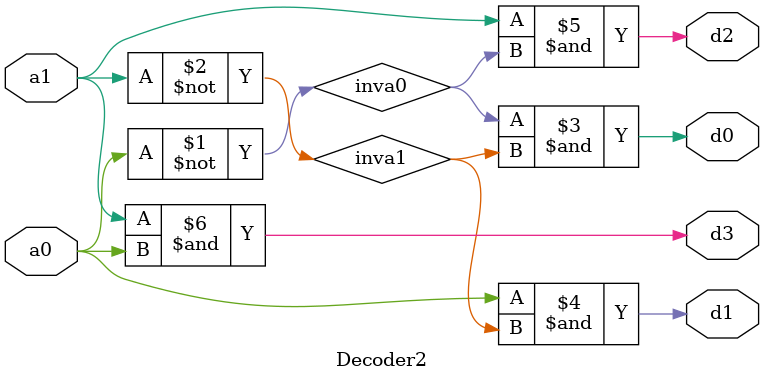
<source format=v>
module Decoder2(d3,d2,d1,d0,a0,a1);
	input a0,a1;
	output d3,d2,d1,d0;
	wire inva0,inva1;
	assign inva0= ~a0;
	assign inva1=  ~a1;
	assign d0=inva0 & inva1;
	assign d1=a0 & inva1;
	assign d2=a1 & inva0;
	assign d3=a1 & a0;
endmodule

</source>
